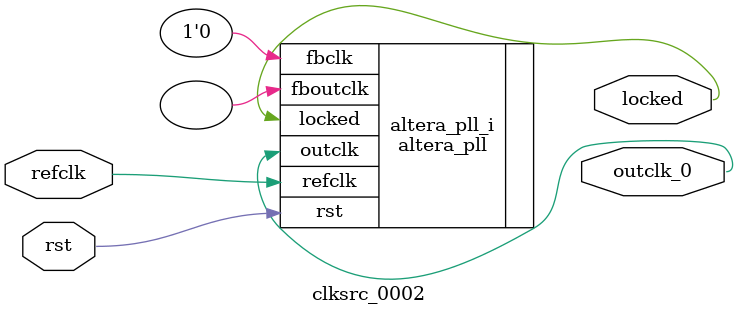
<source format=v>
`timescale 1ns/10ps
module  clksrc_0002(

	// interface 'refclk'
	input wire refclk,

	// interface 'reset'
	input wire rst,

	// interface 'outclk0'
	output wire outclk_0,

	// interface 'locked'
	output wire locked
);

	altera_pll #(
		.fractional_vco_multiplier("false"),
		.reference_clock_frequency("50.0 MHz"),
		.operation_mode("direct"),
		.number_of_clocks(1),
		.output_clock_frequency0("25.000000 MHz"),
		.phase_shift0("0 ps"),
		.duty_cycle0(50),
		.output_clock_frequency1("0 MHz"),
		.phase_shift1("0 ps"),
		.duty_cycle1(50),
		.output_clock_frequency2("0 MHz"),
		.phase_shift2("0 ps"),
		.duty_cycle2(50),
		.output_clock_frequency3("0 MHz"),
		.phase_shift3("0 ps"),
		.duty_cycle3(50),
		.output_clock_frequency4("0 MHz"),
		.phase_shift4("0 ps"),
		.duty_cycle4(50),
		.output_clock_frequency5("0 MHz"),
		.phase_shift5("0 ps"),
		.duty_cycle5(50),
		.output_clock_frequency6("0 MHz"),
		.phase_shift6("0 ps"),
		.duty_cycle6(50),
		.output_clock_frequency7("0 MHz"),
		.phase_shift7("0 ps"),
		.duty_cycle7(50),
		.output_clock_frequency8("0 MHz"),
		.phase_shift8("0 ps"),
		.duty_cycle8(50),
		.output_clock_frequency9("0 MHz"),
		.phase_shift9("0 ps"),
		.duty_cycle9(50),
		.output_clock_frequency10("0 MHz"),
		.phase_shift10("0 ps"),
		.duty_cycle10(50),
		.output_clock_frequency11("0 MHz"),
		.phase_shift11("0 ps"),
		.duty_cycle11(50),
		.output_clock_frequency12("0 MHz"),
		.phase_shift12("0 ps"),
		.duty_cycle12(50),
		.output_clock_frequency13("0 MHz"),
		.phase_shift13("0 ps"),
		.duty_cycle13(50),
		.output_clock_frequency14("0 MHz"),
		.phase_shift14("0 ps"),
		.duty_cycle14(50),
		.output_clock_frequency15("0 MHz"),
		.phase_shift15("0 ps"),
		.duty_cycle15(50),
		.output_clock_frequency16("0 MHz"),
		.phase_shift16("0 ps"),
		.duty_cycle16(50),
		.output_clock_frequency17("0 MHz"),
		.phase_shift17("0 ps"),
		.duty_cycle17(50),
		.pll_type("General"),
		.pll_subtype("General")
	) altera_pll_i (
		.rst	(rst),
		.outclk	({outclk_0}),
		.locked	(locked),
		.fboutclk	( ),
		.fbclk	(1'b0),
		.refclk	(refclk)
	);
endmodule


</source>
